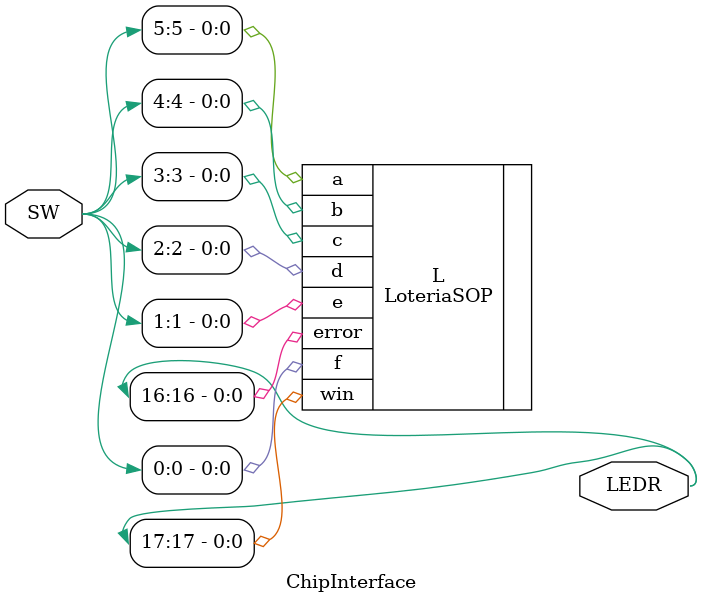
<source format=sv>
module ChipInterface
    (output logic [17:0] LEDR,
    input logic [5:0] SW);

    LoteriaSOP L(.a(SW[5]), .b(SW[4]), .c(SW[3]), .d(SW[2]),
        .e(SW[1]),.f(SW[0]),.win(LEDR[17]),.error(LEDR[16]));


endmodule : ChipInterface


</source>
